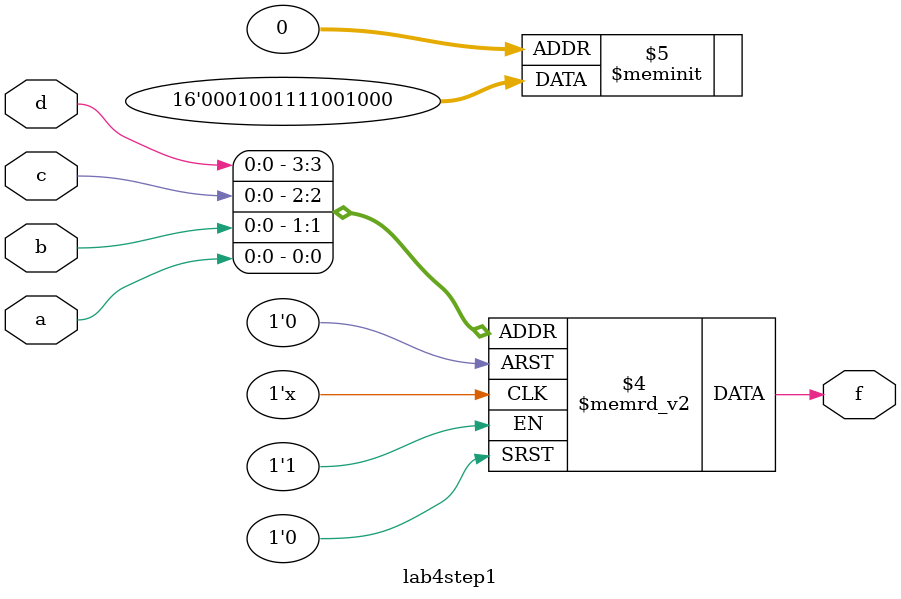
<source format=v>
module lab4step1(f,a,b,c,d);
	input a,b,c,d;
	output f;
	reg f;
	
	always@(a or b or c or d)
	begin
		case({d,c,b,a})
		
			4'b0000: f = 'b0;
			4'b0001: f = 'b0;
			
			4'b0010: f = 'b0;
			4'b0011: f = 'b1;
			
			4'b0100: f = 'b0;
			4'b0101: f = 'b0;
			
			4'b0110: f = 'b1;
			4'b0111: f = 'b1;
			
			4'b1000: f = 'b1;
			4'b1001: f = 'b1;
			
			4'b1010: f = 'b0;
			4'b1011: f = 'b0;
			
			4'b1100: f = 'b1;
			4'b1101: f = 'b0;
			
			4'b1110: f = 'b0;
			4'b1111: f = 'b0;
			
		endcase
		
	end
	
endmodule
</source>
